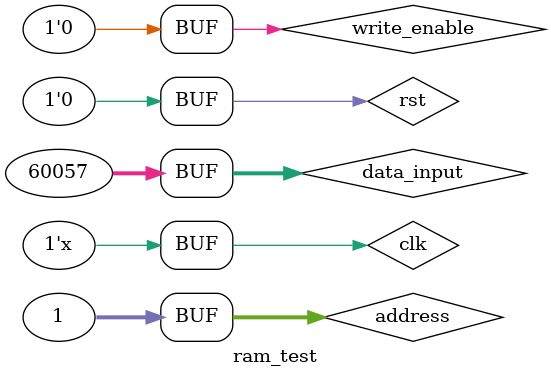
<source format=sv>
module ram_test();

	logic clk, rst, write_enable;
	logic[31:0] address, data_input;
	logic[31:0] data_output;

	ram DUT(clk, rst, write_enable, address, data_input, data_output);

	initial begin
		#10 rst = 1; write_enable = 0; address = 'z; data_input = 'z; clk = 0;
		#10 rst = 0;
		#10 write_enable = 1; address = 32'h1; data_input = 32'hFA32;
		#10 write_enable = 0; data_input = 32'hEA99;
		#10 write_enable = 1; address = 32'h5;
		#10 data_input = 32'hEA99; address = 32'h3;
		#10 write_enable = 0; address = 32'h5;
		#10 address = 32'h3;
		#12 address = 32'h1;
	end	

	always #5 clk <= !clk;

endmodule
</source>
